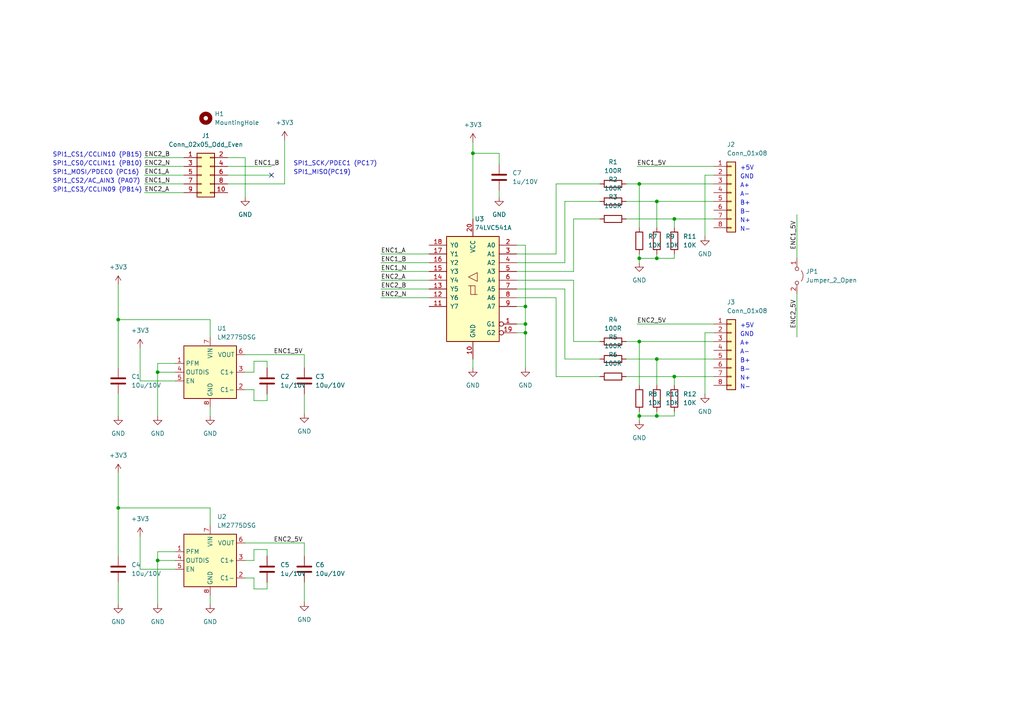
<source format=kicad_sch>
(kicad_sch (version 20211123) (generator eeschema)
  (paper "A4")
  (lib_symbols
    (symbol "74xx:74HCT541" (pin_names (offset 1.016))
      (property "Reference" "U" (at -7.62 16.51 0))
      (property "Value" "74HCT541" (at -7.62 -16.51 0))
      (symbol "74HCT541_1_0"
        (polyline (pts (xy -0.635 -1.6002) (xy -0.635 0.9398) (xy 0.635 0.9398)))
        (polyline (pts (xy -1.27 -1.6002) (xy 0.635 -1.6002) (xy 0.635 0.9398) (xy 1.27 0.9398)))
        (polyline (pts (xy 1.27 3.4798) (xy -1.27 4.7498) (xy -1.27 2.2098) (xy 1.27 3.4798)) (stroke (width 0.1524)))
        (pin input inverted (at -12.7 -10.16 0) (length 5.08) (name "G1") (number "1"))
        (pin power_in line (at 0 -20.32 90) (length 5.08) (name "GND") (number "10"))
        (pin tri_state line (at 12.7 -5.08 180) (length 5.08) (name "Y7") (number "11"))
        (pin tri_state line (at 12.7 -2.54 180) (length 5.08) (name "Y6") (number "12"))
        (pin tri_state line (at 12.7 0 180) (length 5.08) (name "Y5") (number "13"))
        (pin tri_state line (at 12.7 2.54 180) (length 5.08) (name "Y4") (number "14"))
        (pin tri_state line (at 12.7 5.08 180) (length 5.08) (name "Y3") (number "15"))
        (pin tri_state line (at 12.7 7.62 180) (length 5.08) (name "Y2") (number "16"))
        (pin tri_state line (at 12.7 10.16 180) (length 5.08) (name "Y1") (number "17"))
        (pin tri_state line (at 12.7 12.7 180) (length 5.08) (name "Y0") (number "18"))
        (pin input inverted (at -12.7 -12.7 0) (length 5.08) (name "G2") (number "19"))
        (pin input line (at -12.7 12.7 0) (length 5.08) (name "A0") (number "2"))
        (pin power_in line (at 0 20.32 270) (length 5.08) (name "VCC") (number "20"))
        (pin input line (at -12.7 10.16 0) (length 5.08) (name "A1") (number "3"))
        (pin input line (at -12.7 7.62 0) (length 5.08) (name "A2") (number "4"))
        (pin input line (at -12.7 5.08 0) (length 5.08) (name "A3") (number "5"))
        (pin input line (at -12.7 2.54 0) (length 5.08) (name "A4") (number "6"))
        (pin input line (at -12.7 0 0) (length 5.08) (name "A5") (number "7"))
        (pin input line (at -12.7 -2.54 0) (length 5.08) (name "A6") (number "8"))
        (pin input line (at -12.7 -5.08 0) (length 5.08) (name "A7") (number "9"))
      )
      (symbol "74HCT541_1_1"
        (rectangle (start -7.62 15.24) (end 7.62 -15.24) (stroke (width 0.254)) (fill (type background)))
      )
    )
    (symbol "Connector_Generic:Conn_01x08" (pin_names (offset 1.016) hide)
      (property "Reference" "J" (at 0 10.16 0))
      (property "Value" "Conn_01x08" (at 0 -12.7 0))
      (symbol "Conn_01x08_1_1"
        (rectangle (start -1.27 -10.033) (end 0 -10.287) (stroke (width 0.1524)))
        (rectangle (start -1.27 -7.493) (end 0 -7.747) (stroke (width 0.1524)))
        (rectangle (start -1.27 -4.953) (end 0 -5.207) (stroke (width 0.1524)))
        (rectangle (start -1.27 -2.413) (end 0 -2.667) (stroke (width 0.1524)))
        (rectangle (start -1.27 0.127) (end 0 -0.127) (stroke (width 0.1524)))
        (rectangle (start -1.27 2.667) (end 0 2.413) (stroke (width 0.1524)))
        (rectangle (start -1.27 5.207) (end 0 4.953) (stroke (width 0.1524)))
        (rectangle (start -1.27 7.747) (end 0 7.493) (stroke (width 0.1524)))
        (rectangle (start -1.27 8.89) (end 1.27 -11.43) (stroke (width 0.254)) (fill (type background)))
        (pin passive line (at -5.08 7.62 0) (length 3.81) (name "Pin_1") (number "1"))
        (pin passive line (at -5.08 5.08 0) (length 3.81) (name "Pin_2") (number "2"))
        (pin passive line (at -5.08 2.54 0) (length 3.81) (name "Pin_3") (number "3"))
        (pin passive line (at -5.08 0 0) (length 3.81) (name "Pin_4") (number "4"))
        (pin passive line (at -5.08 -2.54 0) (length 3.81) (name "Pin_5") (number "5"))
        (pin passive line (at -5.08 -5.08 0) (length 3.81) (name "Pin_6") (number "6"))
        (pin passive line (at -5.08 -7.62 0) (length 3.81) (name "Pin_7") (number "7"))
        (pin passive line (at -5.08 -10.16 0) (length 3.81) (name "Pin_8") (number "8"))
      )
    )
    (symbol "Connector_Generic:Conn_02x05_Odd_Even" (pin_names (offset 1.016) hide)
      (property "Reference" "J" (at 1.27 7.62 0))
      (property "Value" "Conn_02x05_Odd_Even" (at 1.27 -7.62 0))
      (symbol "Conn_02x05_Odd_Even_1_1"
        (rectangle (start -1.27 -4.953) (end 0 -5.207) (stroke (width 0.1524)))
        (rectangle (start -1.27 -2.413) (end 0 -2.667) (stroke (width 0.1524)))
        (rectangle (start -1.27 0.127) (end 0 -0.127) (stroke (width 0.1524)))
        (rectangle (start -1.27 2.667) (end 0 2.413) (stroke (width 0.1524)))
        (rectangle (start -1.27 5.207) (end 0 4.953) (stroke (width 0.1524)))
        (rectangle (start -1.27 6.35) (end 3.81 -6.35) (stroke (width 0.254)) (fill (type background)))
        (rectangle (start 3.81 -4.953) (end 2.54 -5.207) (stroke (width 0.1524)))
        (rectangle (start 3.81 -2.413) (end 2.54 -2.667) (stroke (width 0.1524)))
        (rectangle (start 3.81 0.127) (end 2.54 -0.127) (stroke (width 0.1524)))
        (rectangle (start 3.81 2.667) (end 2.54 2.413) (stroke (width 0.1524)))
        (rectangle (start 3.81 5.207) (end 2.54 4.953) (stroke (width 0.1524)))
        (pin passive line (at -5.08 5.08 0) (length 3.81) (name "Pin_1") (number "1"))
        (pin passive line (at 7.62 -5.08 180) (length 3.81) (name "Pin_10") (number "10"))
        (pin passive line (at 7.62 5.08 180) (length 3.81) (name "Pin_2") (number "2"))
        (pin passive line (at -5.08 2.54 0) (length 3.81) (name "Pin_3") (number "3"))
        (pin passive line (at 7.62 2.54 180) (length 3.81) (name "Pin_4") (number "4"))
        (pin passive line (at -5.08 0 0) (length 3.81) (name "Pin_5") (number "5"))
        (pin passive line (at 7.62 0 180) (length 3.81) (name "Pin_6") (number "6"))
        (pin passive line (at -5.08 -2.54 0) (length 3.81) (name "Pin_7") (number "7"))
        (pin passive line (at 7.62 -2.54 180) (length 3.81) (name "Pin_8") (number "8"))
        (pin passive line (at -5.08 -5.08 0) (length 3.81) (name "Pin_9") (number "9"))
      )
    )
    (symbol "Device:C" (pin_numbers hide) (pin_names (offset 0.254))
      (property "Reference" "C" (at 0.635 2.54 0))
      (property "Value" "C" (at 0.635 -2.54 0))
      (symbol "C_0_1"
        (polyline (pts (xy -2.032 -0.762) (xy 2.032 -0.762)) (stroke (width 0.508)))
        (polyline (pts (xy -2.032 0.762) (xy 2.032 0.762)) (stroke (width 0.508)))
      )
      (symbol "C_1_1"
        (pin passive line (at 0 3.81 270) (length 2.794) (name "~") (number "1"))
        (pin passive line (at 0 -3.81 90) (length 2.794) (name "~") (number "2"))
      )
    )
    (symbol "Device:R" (pin_numbers hide) (pin_names (offset 0))
      (property "Reference" "R" (at 2.032 0 90))
      (property "Value" "R" (at 0 0 90))
      (symbol "R_0_1"
        (rectangle (start -1.016 -2.54) (end 1.016 2.54) (stroke (width 0.254)))
      )
      (symbol "R_1_1"
        (pin passive line (at 0 3.81 270) (length 1.27) (name "~") (number "1"))
        (pin passive line (at 0 -3.81 90) (length 1.27) (name "~") (number "2"))
      )
    )
    (symbol "Jumper:Jumper_2_Open" (pin_names (offset 0) hide)
      (property "Reference" "JP" (at 0 2.794 0))
      (property "Value" "Jumper_2_Open" (at 0 -2.286 0))
      (symbol "Jumper_2_Open_0_0"
        (circle (center -2.032 0) (radius 0.508))
        (circle (center 2.032 0) (radius 0.508))
      )
      (symbol "Jumper_2_Open_0_1"
        (arc (start 1.524 1.27) (mid 0 1.778) (end -1.524 1.27))
      )
      (symbol "Jumper_2_Open_1_1"
        (pin passive line (at -5.08 0 0) (length 2.54) (name "A") (number "1"))
        (pin passive line (at 5.08 0 180) (length 2.54) (name "B") (number "2"))
      )
    )
    (symbol "Mechanical:MountingHole" (pin_names (offset 1.016))
      (property "Reference" "H" (at 0 5.08 0))
      (property "Value" "MountingHole" (at 0 3.175 0))
      (symbol "MountingHole_0_1"
        (circle (center 0 0) (radius 1.27) (stroke (width 1.27)))
      )
    )
    (symbol "Regulator_SwitchedCapacitor:LM2775DSG"
      (property "Reference" "U" (at -7.62 8.89 0))
      (property "Value" "LM2775DSG" (at 6.35 8.89 0))
      (symbol "LM2775DSG_0_1"
        (rectangle (start -7.62 7.62) (end 7.62 -7.62) (stroke (width 0.254)) (fill (type background)))
      )
      (symbol "LM2775DSG_1_1"
        (pin input line (at -10.16 2.54 0) (length 2.54) (name "PFM") (number "1"))
        (pin passive line (at 10.16 -5.08 180) (length 2.54) (name "C1-") (number "2"))
        (pin passive line (at 10.16 0 180) (length 2.54) (name "C1+") (number "3"))
        (pin input line (at -10.16 0 0) (length 2.54) (name "OUTDIS") (number "4"))
        (pin input line (at -10.16 -2.54 0) (length 2.54) (name "EN") (number "5"))
        (pin power_out line (at 10.16 5.08 180) (length 2.54) (name "VOUT") (number "6"))
        (pin power_in line (at 0 10.16 270) (length 2.54) (name "VIN") (number "7"))
        (pin power_in line (at 0 -10.16 90) (length 2.54) (name "GND") (number "8"))
        (pin passive line (at 0 -10.16 90) (length 2.54) hide (name "GND") (number "9"))
      )
    )
    (symbol "power:+3.3V" (power) (pin_names (offset 0))
      (property "Value" "+3.3V" (at 0 3.556 0))
      (symbol "+3.3V_0_1"
        (polyline (pts (xy -0.762 1.27) (xy 0 2.54)))
        (polyline (pts (xy 0 0) (xy 0 2.54)))
        (polyline (pts (xy 0 2.54) (xy 0.762 1.27)))
      )
      (symbol "+3.3V_1_1"
        (pin power_in line (at 0 0 90) (length 0) hide (name "+3V3") (number "1"))
      )
    )
    (symbol "power:GND" (power) (pin_names (offset 0))
      (property "Value" "GND" (at 0 -3.81 0))
      (symbol "GND_0_1"
        (polyline (pts (xy 0 0) (xy 0 -1.27) (xy 1.27 -1.27) (xy 0 -2.54) (xy -1.27 -1.27) (xy 0 -1.27)))
      )
      (symbol "GND_1_1"
        (pin power_in line (at 0 0 270) (length 0) hide (name "GND") (number "1"))
      )
    )
  )
  (junction (at 45.72 162.56))
  (junction (at 152.4 96.52))
  (junction (at 185.42 74.93))
  (junction (at 34.29 147.32))
  (junction (at 185.42 99.06))
  (junction (at 152.4 93.98))
  (junction (at 45.72 107.95))
  (junction (at 190.5 120.65))
  (junction (at 137.16 44.45))
  (junction (at 195.58 63.5))
  (junction (at 190.5 58.42))
  (junction (at 190.5 104.14))
  (junction (at 185.42 53.34))
  (junction (at 34.29 92.71))
  (junction (at 190.5 74.93))
  (junction (at 185.42 120.65))
  (junction (at 195.58 109.22))
  (junction (at 152.4 88.9))
  (no_connect (at 78.74 50.8))
  (wire (pts (xy 73.66 107.95) (xy 73.66 104.775)))
  (wire (pts (xy 41.91 45.72) (xy 53.34 45.72)))
  (wire (pts (xy 110.49 81.28) (xy 124.46 81.28)))
  (wire (pts (xy 195.58 109.22) (xy 195.58 111.76)))
  (wire (pts (xy 41.91 50.8) (xy 53.34 50.8)))
  (wire (pts (xy 195.58 74.93) (xy 195.58 73.66)))
  (wire (pts (xy 161.29 109.22) (xy 173.99 109.22)))
  (wire (pts (xy 185.42 99.06) (xy 207.01 99.06)))
  (wire (pts (xy 82.55 53.34) (xy 82.55 40.64)))
  (wire (pts (xy 161.29 53.34) (xy 161.29 73.66)))
  (wire (pts (xy 41.91 55.88) (xy 53.34 55.88)))
  (wire (pts (xy 40.64 100.9331) (xy 40.64 110.49)))
  (wire (pts (xy 149.86 73.66) (xy 161.29 73.66)))
  (wire (pts (xy 181.61 58.42) (xy 190.5 58.42)))
  (wire (pts (xy 184.785 93.98) (xy 207.01 93.98)))
  (wire (pts (xy 149.86 93.98) (xy 152.4 93.98)))
  (wire (pts (xy 195.58 120.65) (xy 195.58 119.38)))
  (wire (pts (xy 50.8 165.1) (xy 40.64 165.1)))
  (wire (pts (xy 190.5 58.42) (xy 207.01 58.42)))
  (wire (pts (xy 66.04 45.72) (xy 71.12 45.72)))
  (wire (pts (xy 166.37 78.74) (xy 149.86 78.74)))
  (wire (pts (xy 60.96 118.11) (xy 60.96 120.65)))
  (wire (pts (xy 45.72 107.95) (xy 45.72 120.65)))
  (wire (pts (xy 190.5 73.66) (xy 190.5 74.93)))
  (wire (pts (xy 77.47 116.205) (xy 77.47 114.3)))
  (wire (pts (xy 152.4 96.52) (xy 152.4 106.68)))
  (wire (pts (xy 185.42 99.06) (xy 185.42 111.76)))
  (wire (pts (xy 77.47 159.385) (xy 77.47 161.29)))
  (wire (pts (xy 34.29 106.68) (xy 34.29 92.71)))
  (wire (pts (xy 185.42 119.38) (xy 185.42 120.65)))
  (wire (pts (xy 152.4 88.9) (xy 152.4 93.98)))
  (wire (pts (xy 50.8 110.49) (xy 40.64 110.49)))
  (wire (pts (xy 190.5 120.65) (xy 195.58 120.65)))
  (wire (pts (xy 45.72 162.56) (xy 45.72 175.26)))
  (wire (pts (xy 88.265 157.48) (xy 88.265 161.29)))
  (wire (pts (xy 190.5 74.93) (xy 195.58 74.93)))
  (wire (pts (xy 166.37 81.28) (xy 166.37 99.06)))
  (wire (pts (xy 88.265 168.91) (xy 88.265 174.625)))
  (wire (pts (xy 34.29 161.29) (xy 34.29 147.32)))
  (wire (pts (xy 60.96 92.71) (xy 60.96 97.79)))
  (wire (pts (xy 50.8 105.41) (xy 45.72 105.41)))
  (wire (pts (xy 149.86 76.2) (xy 163.83 76.2)))
  (wire (pts (xy 195.58 63.5) (xy 195.58 66.04)))
  (wire (pts (xy 71.12 102.87) (xy 88.265 102.87)))
  (wire (pts (xy 163.83 104.14) (xy 163.83 83.82)))
  (wire (pts (xy 185.42 74.93) (xy 185.42 76.2)))
  (wire (pts (xy 73.66 170.815) (xy 77.47 170.815)))
  (wire (pts (xy 60.96 172.72) (xy 60.96 175.26)))
  (wire (pts (xy 185.42 53.34) (xy 207.01 53.34)))
  (wire (pts (xy 110.49 76.2) (xy 124.46 76.2)))
  (wire (pts (xy 45.72 105.41) (xy 45.72 107.95)))
  (wire (pts (xy 45.72 162.56) (xy 50.8 162.56)))
  (wire (pts (xy 66.04 53.34) (xy 82.55 53.34)))
  (wire (pts (xy 73.66 104.775) (xy 77.47 104.775)))
  (wire (pts (xy 207.01 96.52) (xy 204.47 96.52)))
  (wire (pts (xy 34.29 168.91) (xy 34.29 175.26)))
  (wire (pts (xy 195.58 109.22) (xy 207.01 109.22)))
  (wire (pts (xy 34.29 82.55) (xy 34.29 92.71)))
  (wire (pts (xy 41.91 53.34) (xy 53.34 53.34)))
  (wire (pts (xy 34.29 137.16) (xy 34.29 147.32)))
  (wire (pts (xy 184.785 48.26) (xy 207.01 48.26)))
  (wire (pts (xy 185.42 120.65) (xy 185.42 121.92)))
  (wire (pts (xy 45.72 107.95) (xy 50.8 107.95)))
  (wire (pts (xy 190.5 58.42) (xy 190.5 66.04)))
  (wire (pts (xy 34.29 147.32) (xy 60.96 147.32)))
  (wire (pts (xy 88.265 102.87) (xy 88.265 106.68)))
  (wire (pts (xy 137.16 44.45) (xy 137.16 63.5)))
  (wire (pts (xy 77.47 104.775) (xy 77.47 106.68)))
  (wire (pts (xy 190.5 104.14) (xy 207.01 104.14)))
  (wire (pts (xy 152.4 71.12) (xy 149.86 71.12)))
  (wire (pts (xy 181.61 104.14) (xy 190.5 104.14)))
  (wire (pts (xy 231.14 85.09) (xy 231.14 97.79)))
  (wire (pts (xy 181.61 63.5) (xy 195.58 63.5)))
  (wire (pts (xy 144.78 44.45) (xy 144.78 47.625)))
  (wire (pts (xy 149.86 86.36) (xy 161.29 86.36)))
  (wire (pts (xy 73.66 113.03) (xy 73.66 116.205)))
  (wire (pts (xy 144.78 44.45) (xy 137.16 44.45)))
  (wire (pts (xy 149.86 81.28) (xy 166.37 81.28)))
  (wire (pts (xy 110.49 78.74) (xy 124.46 78.74)))
  (wire (pts (xy 190.5 104.14) (xy 190.5 111.76)))
  (wire (pts (xy 110.49 86.36) (xy 124.46 86.36)))
  (wire (pts (xy 71.12 45.72) (xy 71.12 57.15)))
  (wire (pts (xy 173.99 58.42) (xy 163.83 58.42)))
  (wire (pts (xy 71.12 167.64) (xy 73.66 167.64)))
  (wire (pts (xy 73.66 159.385) (xy 77.47 159.385)))
  (wire (pts (xy 149.86 83.82) (xy 163.83 83.82)))
  (wire (pts (xy 149.86 96.52) (xy 152.4 96.52)))
  (wire (pts (xy 71.12 107.95) (xy 73.66 107.95)))
  (wire (pts (xy 71.12 113.03) (xy 73.66 113.03)))
  (wire (pts (xy 231.14 62.23) (xy 231.14 74.93)))
  (wire (pts (xy 110.49 73.66) (xy 124.46 73.66)))
  (wire (pts (xy 73.66 116.205) (xy 77.47 116.205)))
  (wire (pts (xy 195.58 63.5) (xy 207.01 63.5)))
  (wire (pts (xy 144.78 57.15) (xy 144.78 55.245)))
  (wire (pts (xy 137.16 41.275) (xy 137.16 44.45)))
  (wire (pts (xy 185.42 53.34) (xy 185.42 66.04)))
  (wire (pts (xy 190.5 120.65) (xy 185.42 120.65)))
  (wire (pts (xy 34.29 92.71) (xy 60.96 92.71)))
  (wire (pts (xy 60.96 147.32) (xy 60.96 152.4)))
  (wire (pts (xy 73.66 167.64) (xy 73.66 170.815)))
  (wire (pts (xy 181.61 53.34) (xy 185.42 53.34)))
  (wire (pts (xy 77.47 170.815) (xy 77.47 168.91)))
  (wire (pts (xy 40.64 155.575) (xy 40.64 165.1)))
  (wire (pts (xy 204.47 50.8) (xy 204.47 68.58)))
  (wire (pts (xy 66.04 48.26) (xy 78.74 48.26)))
  (wire (pts (xy 185.42 73.66) (xy 185.42 74.93)))
  (wire (pts (xy 41.91 48.26) (xy 53.34 48.26)))
  (wire (pts (xy 66.04 50.8) (xy 78.74 50.8)))
  (wire (pts (xy 166.37 63.5) (xy 166.37 78.74)))
  (wire (pts (xy 173.99 104.14) (xy 163.83 104.14)))
  (wire (pts (xy 190.5 74.93) (xy 185.42 74.93)))
  (wire (pts (xy 163.83 58.42) (xy 163.83 76.2)))
  (wire (pts (xy 190.5 119.38) (xy 190.5 120.65)))
  (wire (pts (xy 166.37 99.06) (xy 173.99 99.06)))
  (wire (pts (xy 149.86 88.9) (xy 152.4 88.9)))
  (wire (pts (xy 161.29 86.36) (xy 161.29 109.22)))
  (wire (pts (xy 204.47 96.52) (xy 204.47 114.3)))
  (wire (pts (xy 181.61 99.06) (xy 185.42 99.06)))
  (wire (pts (xy 152.4 93.98) (xy 152.4 96.52)))
  (wire (pts (xy 181.61 109.22) (xy 195.58 109.22)))
  (wire (pts (xy 166.37 63.5) (xy 173.99 63.5)))
  (wire (pts (xy 152.4 88.9) (xy 152.4 71.12)))
  (wire (pts (xy 71.12 162.56) (xy 73.66 162.56)))
  (wire (pts (xy 50.8 160.02) (xy 45.72 160.02)))
  (wire (pts (xy 207.01 50.8) (xy 204.47 50.8)))
  (wire (pts (xy 161.29 53.34) (xy 173.99 53.34)))
  (wire (pts (xy 45.72 160.02) (xy 45.72 162.56)))
  (wire (pts (xy 34.29 114.3) (xy 34.29 120.65)))
  (wire (pts (xy 71.12 157.48) (xy 88.265 157.48)))
  (wire (pts (xy 137.16 104.14) (xy 137.16 106.68)))
  (wire (pts (xy 73.66 162.56) (xy 73.66 159.385)))
  (wire (pts (xy 88.265 114.3) (xy 88.265 120.015)))
  (wire (pts (xy 110.49 83.82) (xy 124.46 83.82)))
  (text "+5V" (at 214.63 49.53 0) (effects (font (size 1.27 1.27)) (justify left bottom)))
  (text "SPI1_MOSI/PDEC0 (PC16)" (at 15.24 50.8 0) (effects (font (size 1.27 1.27)) (justify left bottom)))
  (text "B-" (at 214.63 62.23 0) (effects (font (size 1.27 1.27)) (justify left bottom)))
  (text "A+" (at 214.63 54.61 0) (effects (font (size 1.27 1.27)) (justify left bottom)))
  (text "B-" (at 214.63 107.95 0) (effects (font (size 1.27 1.27)) (justify left bottom)))
  (text "GND" (at 214.63 52.07 0) (effects (font (size 1.27 1.27)) (justify left bottom)))
  (text "A-" (at 214.63 102.87 0) (effects (font (size 1.27 1.27)) (justify left bottom)))
  (text "B+" (at 214.63 59.69 0) (effects (font (size 1.27 1.27)) (justify left bottom)))
  (text "SPI1_SCK/PDEC1 (PC17)" (at 85.09 48.26 0) (effects (font (size 1.27 1.27)) (justify left bottom)))
  (text "N+" (at 214.63 110.49 0) (effects (font (size 1.27 1.27)) (justify left bottom)))
  (text "SPI1_MISO(PC19)" (at 85.09 50.8 0) (effects (font (size 1.27 1.27)) (justify left bottom)))
  (text "+5V" (at 214.63 95.25 0) (effects (font (size 1.27 1.27)) (justify left bottom)))
  (text "B+" (at 214.63 105.41 0) (effects (font (size 1.27 1.27)) (justify left bottom)))
  (text "N-" (at 214.63 67.31 0) (effects (font (size 1.27 1.27)) (justify left bottom)))
  (text "SPI1_CS2/AC_AIN3 (PA07)" (at 15.24 53.34 0) (effects (font (size 1.27 1.27)) (justify left bottom)))
  (text "SPI1_CS3/CCLIN09 (PB14)" (at 15.24 55.88 0) (effects (font (size 1.27 1.27)) (justify left bottom)))
  (text "A-" (at 214.63 57.15 0) (effects (font (size 1.27 1.27)) (justify left bottom)))
  (text "N+" (at 214.63 64.77 0) (effects (font (size 1.27 1.27)) (justify left bottom)))
  (text "N-" (at 214.63 113.03 0) (effects (font (size 1.27 1.27)) (justify left bottom)))
  (text "A+" (at 214.63 100.33 0) (effects (font (size 1.27 1.27)) (justify left bottom)))
  (text "SPI1_CS0/CCLIN11 (PB10)" (at 15.24 48.26 0) (effects (font (size 1.27 1.27)) (justify left bottom)))
  (text "SPI1_CS1/CCLIN10 (PB15)" (at 15.24 45.72 0) (effects (font (size 1.27 1.27)) (justify left bottom)))
  (text "GND" (at 214.63 97.79 0) (effects (font (size 1.27 1.27)) (justify left bottom)))
  (label "ENC2_5V" (at 184.785 93.98 0))
  (label "ENC2_5V" (at 79.375 157.48 0))
  (label "ENC1_5V" (at 184.785 48.26 0))
  (label "ENC1_5V" (at 79.375 102.87 0))
  (label "ENC1_5V" (at 231.14 72.39 90))
  (label "ENC2_B" (at 110.49 83.82 0))
  (label "ENC1_B" (at 73.66 48.26 0))
  (label "ENC2_A" (at 110.49 81.28 0))
  (label "ENC2_A" (at 41.91 55.88 0))
  (label "ENC2_5V" (at 231.14 95.25 90))
  (label "ENC1_N" (at 41.91 53.34 0))
  (label "ENC2_B" (at 41.91 45.72 0))
  (label "ENC2_N" (at 110.49 86.36 0))
  (label "ENC2_N" (at 41.91 48.26 0))
  (label "ENC1_A" (at 41.91 50.8 0))
  (label "ENC1_N" (at 110.49 78.74 0))
  (label "ENC1_A" (at 110.49 73.66 0))
  (label "ENC1_B" (at 110.49 76.2 0))
  (symbol (lib_id "Device:R") (at 177.8 53.34 90) (unit 1)
    (property "Reference" "R1" (at 177.8 46.99 90))
    (property "Value" "100R" (at 177.8 49.53 90))
    (property "Footprint" "Resistor_SMD:R_0603_1608Metric" (effects hide))
    (property "LCSC" "C22775" (effects hide))
  )
  (symbol (lib_id "Device:C") (at 77.47 165.1 0) (unit 1)
    (property "Reference" "C5" (at 81.28 163.8299 0) (effects (justify left)))
    (property "Value" "1u/10V" (at 81.28 166.3699 0) (effects (justify left)))
    (property "Footprint" "Capacitor_SMD:C_0603_1608Metric" (effects hide))
    (property "LCSC" "C15849" (effects hide))
  )
  (symbol (lib_id "power:GND") (at 185.42 76.2 0) (unit 1)
    (property "Reference" "#PWR0107" (effects hide))
    (property "Value" "GND" (at 185.42 81.28 0))
  )
  (symbol (lib_id "power:+3.3V") (at 82.55 40.64 0) (unit 1)
    (property "Reference" "#PWR0102" (effects hide))
    (property "Value" "+3.3V" (at 82.55 35.56 0))
  )
  (symbol (lib_id "power:GND") (at 34.29 120.65 0) (unit 1)
    (property "Reference" "#PWR0114" (effects hide))
    (property "Value" "GND" (at 34.29 125.73 0))
  )
  (symbol (lib_id "power:GND") (at 152.4 106.68 0) (unit 1)
    (property "Reference" "#PWR0110" (effects hide))
    (property "Value" "GND" (at 152.4 111.76 0))
  )
  (symbol (lib_id "power:GND") (at 71.12 57.15 0) (unit 1)
    (property "Reference" "#PWR0101" (effects hide))
    (property "Value" "GND" (at 71.12 62.23 0))
  )
  (symbol (lib_id "power:GND") (at 185.42 121.92 0) (unit 1)
    (property "Reference" "#PWR0104" (effects hide))
    (property "Value" "GND" (at 185.42 127 0))
  )
  (symbol (lib_id "power:GND") (at 34.29 175.26 0) (unit 1)
    (property "Reference" "#PWR0120" (effects hide))
    (property "Value" "GND" (at 34.29 180.34 0))
  )
  (symbol (lib_id "power:GND") (at 204.47 114.3 0) (unit 1)
    (property "Reference" "#PWR0103" (effects hide))
    (property "Value" "GND" (at 204.47 119.38 0))
  )
  (symbol (lib_id "power:+3.3V") (at 34.29 82.55 0) (unit 1)
    (property "Reference" "#PWR0116" (effects hide))
    (property "Value" "+3.3V" (at 34.29 77.47 0))
  )
  (symbol (lib_id "power:GND") (at 45.72 120.65 0) (unit 1)
    (property "Reference" "#PWR0113" (effects hide))
    (property "Value" "GND" (at 45.72 125.73 0))
  )
  (symbol (lib_id "power:GND") (at 45.72 175.26 0) (unit 1)
    (property "Reference" "#PWR0118" (effects hide))
    (property "Value" "GND" (at 45.72 180.34 0))
  )
  (symbol (lib_id "Device:R") (at 177.8 63.5 90) (unit 1)
    (property "Reference" "R3" (at 177.8 57.15 90))
    (property "Value" "100R" (at 177.8 59.69 90))
    (property "Footprint" "Resistor_SMD:R_0603_1608Metric" (effects hide))
    (property "LCSC" "C22775" (effects hide))
  )
  (symbol (lib_id "Jumper:Jumper_2_Open") (at 231.14 80.01 270) (unit 1)
    (property "Reference" "JP1" (at 233.68 78.7399 90) (effects (justify left)))
    (property "Value" "Jumper_2_Open" (at 233.68 81.2799 90) (effects (justify left)))
    (property "Footprint" "Jumper:SolderJumper-2_P1.3mm_Open_TrianglePad1.0x1.5mm" (effects hide))
  )
  (symbol (lib_id "Device:C") (at 88.265 165.1 0) (unit 1)
    (property "Reference" "C6" (at 91.44 163.8299 0) (effects (justify left)))
    (property "Value" "10u/10V" (at 91.44 166.3699 0) (effects (justify left)))
    (property "Footprint" "Capacitor_SMD:C_0805_2012Metric" (effects hide))
    (property "LCSC" "C15850" (effects hide))
  )
  (symbol (lib_id "Device:R") (at 185.42 69.85 180) (unit 1)
    (property "Reference" "R7" (at 187.96 68.5799 0) (effects (justify right)))
    (property "Value" "10K" (at 187.96 71.1199 0) (effects (justify right)))
    (property "Footprint" "Resistor_SMD:R_0603_1608Metric" (effects hide))
    (property "LCSC" "C25804" (effects hide))
  )
  (symbol (lib_id "Device:C") (at 34.29 165.1 0) (unit 1)
    (property "Reference" "C4" (at 38.1 163.8299 0) (effects (justify left)))
    (property "Value" "10u/10V" (at 38.1 166.3699 0) (effects (justify left)))
    (property "Footprint" "Capacitor_SMD:C_0805_2012Metric" (effects hide))
    (property "LCSC" "C15850" (effects hide))
  )
  (symbol (lib_id "Device:R") (at 177.8 99.06 90) (unit 1)
    (property "Reference" "R4" (at 177.8 92.71 90))
    (property "Value" "100R" (at 177.8 95.25 90))
    (property "Footprint" "Resistor_SMD:R_0603_1608Metric" (effects hide))
    (property "LCSC" "C22775" (effects hide))
  )
  (symbol (lib_id "Connector_Generic:Conn_02x05_Odd_Even") (at 58.42 50.8 0) (unit 1)
    (property "Reference" "J1" (at 59.69 39.37 0))
    (property "Value" "Conn_02x05_Odd_Even" (at 59.69 41.91 0))
    (property "Footprint" "Connector_PinSocket_2.54mm:PinSocket_2x05_P2.54mm_Vertical" (effects hide))
  )
  (symbol (lib_id "Device:C") (at 88.265 110.49 0) (unit 1)
    (property "Reference" "C3" (at 91.44 109.2199 0) (effects (justify left)))
    (property "Value" "10u/10V" (at 91.44 111.7599 0) (effects (justify left)))
    (property "Footprint" "Capacitor_SMD:C_0805_2012Metric" (effects hide))
    (property "LCSC" "C15850" (effects hide))
  )
  (symbol (lib_id "Connector_Generic:Conn_01x08") (at 212.09 101.6 0) (unit 1)
    (property "Reference" "J3" (at 210.82 87.63 0) (effects (justify left)))
    (property "Value" "Conn_01x08" (at 210.82 90.17 0) (effects (justify left)))
    (property "Footprint" "Connector_JST:JST_XH_B8B-XH-A_1x08_P2.50mm_Vertical" (effects hide))
  )
  (symbol (lib_id "Connector_Generic:Conn_01x08") (at 212.09 55.88 0) (unit 1)
    (property "Reference" "J2" (at 210.82 41.91 0) (effects (justify left)))
    (property "Value" "Conn_01x08" (at 210.82 44.45 0) (effects (justify left)))
    (property "Footprint" "Connector_JST:JST_XH_B8B-XH-A_1x08_P2.50mm_Vertical" (effects hide))
  )
  (symbol (lib_id "power:GND") (at 144.78 57.15 0) (unit 1)
    (property "Reference" "#PWR0106" (effects hide))
    (property "Value" "GND" (at 144.78 62.23 0))
  )
  (symbol (lib_id "Mechanical:MountingHole") (at 59.69 34.29 0) (unit 1)
    (property "Reference" "H1" (at 62.23 33.0199 0) (effects (justify left)))
    (property "Value" "MountingHole" (at 62.23 35.5599 0) (effects (justify left)))
    (property "Footprint" "MountingHole:MountingHole_2.5mm" (effects hide))
  )
  (symbol (lib_id "power:+3.3V") (at 137.16 41.275 0) (unit 1)
    (property "Reference" "#PWR0109" (effects hide))
    (property "Value" "+3.3V" (at 137.16 36.195 0))
  )
  (symbol (lib_id "Regulator_SwitchedCapacitor:LM2775DSG") (at 60.96 162.56 0) (unit 1)
    (property "Reference" "U2" (at 62.9794 149.86 0) (effects (justify left)))
    (property "Value" "LM2775DSG" (at 62.9794 152.4 0) (effects (justify left)))
    (property "Footprint" "Package_SON:WSON-8-1EP_2x2mm_P0.5mm_EP0.9x1.6mm_ThermalVias" (effects hide))
    (property "Datasheet" "https://www.ti.com/lit/gpn/lm2775" (effects hide))
    (property "LCSC" "C473361" (effects hide))
  )
  (symbol (lib_id "Device:R") (at 195.58 115.57 180) (unit 1)
    (property "Reference" "R12" (at 198.12 114.2999 0) (effects (justify right)))
    (property "Value" "10K" (at 198.12 116.8399 0) (effects (justify right)))
    (property "Footprint" "Resistor_SMD:R_0603_1608Metric" (effects hide))
    (property "LCSC" "C25804" (effects hide))
  )
  (symbol (lib_id "power:GND") (at 88.265 174.625 0) (unit 1)
    (property "Reference" "#PWR0117" (effects hide))
    (property "Value" "GND" (at 88.265 179.705 0))
  )
  (symbol (lib_id "Device:C") (at 144.78 51.435 0) (unit 1)
    (property "Reference" "C7" (at 148.59 50.1649 0) (effects (justify left)))
    (property "Value" "1u/10V" (at 148.59 52.7049 0) (effects (justify left)))
    (property "Footprint" "Capacitor_SMD:C_0603_1608Metric" (effects hide))
    (property "LCSC" "C15849" (effects hide))
  )
  (symbol (lib_id "Regulator_SwitchedCapacitor:LM2775DSG") (at 60.96 107.95 0) (unit 1)
    (property "Reference" "U1" (at 62.9794 95.25 0) (effects (justify left)))
    (property "Value" "LM2775DSG" (at 62.9794 97.79 0) (effects (justify left)))
    (property "Footprint" "Package_SON:WSON-8-1EP_2x2mm_P0.5mm_EP0.9x1.6mm_ThermalVias" (effects hide))
    (property "Datasheet" "https://www.ti.com/lit/gpn/lm2775" (effects hide))
    (property "LCSC" "C473361" (effects hide))
  )
  (symbol (lib_id "power:+3.3V") (at 40.64 155.575 0) (unit 1)
    (property "Reference" "#PWR0122" (effects hide))
    (property "Value" "+3.3V" (at 40.64 150.495 0))
  )
  (symbol (lib_id "Device:R") (at 190.5 115.57 180) (unit 1)
    (property "Reference" "R10" (at 193.04 114.2999 0) (effects (justify right)))
    (property "Value" "10K" (at 193.04 116.8399 0) (effects (justify right)))
    (property "Footprint" "Resistor_SMD:R_0603_1608Metric" (effects hide))
    (property "LCSC" "C25804" (effects hide))
  )
  (symbol (lib_id "Device:R") (at 195.58 69.85 180) (unit 1)
    (property "Reference" "R11" (at 198.12 68.5799 0) (effects (justify right)))
    (property "Value" "10K" (at 198.12 71.1199 0) (effects (justify right)))
    (property "Footprint" "Resistor_SMD:R_0603_1608Metric" (effects hide))
    (property "LCSC" "C25804" (effects hide))
  )
  (symbol (lib_id "Device:C") (at 77.47 110.49 0) (unit 1)
    (property "Reference" "C2" (at 81.28 109.2199 0) (effects (justify left)))
    (property "Value" "1u/10V" (at 81.28 111.7599 0) (effects (justify left)))
    (property "Footprint" "Capacitor_SMD:C_0603_1608Metric" (effects hide))
    (property "LCSC" "C15849" (effects hide))
  )
  (symbol (lib_id "power:GND") (at 88.265 120.015 0) (unit 1)
    (property "Reference" "#PWR0112" (effects hide))
    (property "Value" "GND" (at 88.265 125.095 0))
  )
  (symbol (lib_id "power:+3.3V") (at 40.64 100.9331 0) (unit 1)
    (property "Reference" "#PWR0121" (effects hide))
    (property "Value" "+3.3V" (at 40.64 95.8531 0))
  )
  (symbol (lib_id "Device:R") (at 185.42 115.57 180) (unit 1)
    (property "Reference" "R8" (at 187.96 114.2999 0) (effects (justify right)))
    (property "Value" "10K" (at 187.96 116.8399 0) (effects (justify right)))
    (property "Footprint" "Resistor_SMD:R_0603_1608Metric" (effects hide))
    (property "LCSC" "C25804" (effects hide))
  )
  (symbol (lib_id "Device:R") (at 177.8 104.14 90) (unit 1)
    (property "Reference" "R5" (at 177.8 97.79 90))
    (property "Value" "100R" (at 177.8 100.33 90))
    (property "Footprint" "Resistor_SMD:R_0603_1608Metric" (effects hide))
    (property "LCSC" "C22775" (effects hide))
  )
  (symbol (lib_id "power:GND") (at 204.47 68.58 0) (unit 1)
    (property "Reference" "#PWR0105" (effects hide))
    (property "Value" "GND" (at 204.47 73.66 0))
  )
  (symbol (lib_id "Device:R") (at 177.8 58.42 90) (unit 1)
    (property "Reference" "R2" (at 177.8 52.07 90))
    (property "Value" "100R" (at 177.8 54.61 90))
    (property "Footprint" "Resistor_SMD:R_0603_1608Metric" (effects hide))
    (property "LCSC" "C22775" (effects hide))
  )
  (symbol (lib_id "power:GND") (at 60.96 175.26 0) (unit 1)
    (property "Reference" "#PWR0119" (effects hide))
    (property "Value" "GND" (at 60.96 180.34 0))
  )
  (symbol (lib_id "power:+3.3V") (at 34.29 137.16 0) (unit 1)
    (property "Reference" "#PWR0111" (effects hide))
    (property "Value" "+3.3V" (at 34.29 132.08 0))
  )
  (symbol (lib_id "power:GND") (at 60.96 120.65 0) (unit 1)
    (property "Reference" "#PWR0115" (effects hide))
    (property "Value" "GND" (at 60.96 125.73 0))
  )
  (symbol (lib_id "Device:R") (at 177.8 109.22 90) (unit 1)
    (property "Reference" "R6" (at 177.8 102.87 90))
    (property "Value" "100R" (at 177.8 105.41 90))
    (property "Footprint" "Resistor_SMD:R_0603_1608Metric" (effects hide))
    (property "LCSC" "C22775" (effects hide))
  )
  (symbol (lib_id "74xx:74HCT541") (at 137.16 83.82 0) (mirror y) (unit 1)
    (property "Reference" "U3" (at 137.6806 63.5 0) (effects (justify right)))
    (property "Value" "74LVC541A" (at 137.6806 66.04 0) (effects (justify right)))
    (property "Footprint" "Package_SO:TSSOP-20_4.4x6.5mm_P0.65mm" (effects hide))
    (property "Datasheet" "http://www.ti.com/lit/gpn/sn74HCT541" (effects hide))
    (property "LCSC" "C6093" (effects hide))
  )
  (symbol (lib_id "power:GND") (at 137.16 106.68 0) (unit 1)
    (property "Reference" "#PWR0108" (effects hide))
    (property "Value" "GND" (at 137.16 111.76 0))
  )
  (symbol (lib_id "Device:C") (at 34.29 110.49 0) (unit 1)
    (property "Reference" "C1" (at 38.1 109.2199 0) (effects (justify left)))
    (property "Value" "10u/10V" (at 38.1 111.7599 0) (effects (justify left)))
    (property "Footprint" "Capacitor_SMD:C_0805_2012Metric" (effects hide))
    (property "LCSC" "C15850" (effects hide))
  )
  (symbol (lib_id "Device:R") (at 190.5 69.85 180) (unit 1)
    (property "Reference" "R9" (at 193.04 68.5799 0) (effects (justify right)))
    (property "Value" "10K" (at 193.04 71.1199 0) (effects (justify right)))
    (property "Footprint" "Resistor_SMD:R_0603_1608Metric" (effects hide))
    (property "LCSC" "C25804" (effects hide))
  )
)
</source>
